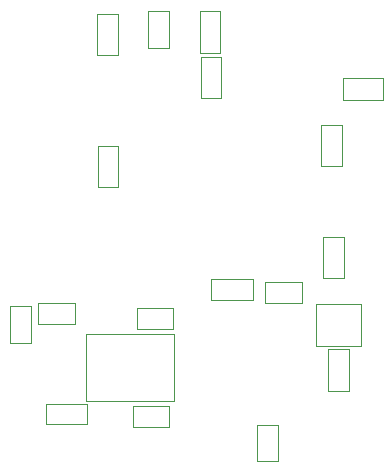
<source format=gbr>
G04 #@! TF.GenerationSoftware,KiCad,Pcbnew,5.1.7-a382d34a8~88~ubuntu18.04.1*
G04 #@! TF.CreationDate,2022-03-02T17:55:55+05:30*
G04 #@! TF.ProjectId,WaterTank_module_v1,57617465-7254-4616-9e6b-5f6d6f64756c,rev?*
G04 #@! TF.SameCoordinates,Original*
G04 #@! TF.FileFunction,Other,User*
%FSLAX46Y46*%
G04 Gerber Fmt 4.6, Leading zero omitted, Abs format (unit mm)*
G04 Created by KiCad (PCBNEW 5.1.7-a382d34a8~88~ubuntu18.04.1) date 2022-03-02 17:55:55*
%MOMM*%
%LPD*%
G01*
G04 APERTURE LIST*
%ADD10C,0.050000*%
G04 APERTURE END LIST*
D10*
X39158200Y-79162600D02*
X39158200Y-73562600D01*
X31738200Y-79162600D02*
X31738200Y-73562600D01*
X31738200Y-73562600D02*
X39158200Y-73562600D01*
X31738200Y-79162600D02*
X39158200Y-79162600D01*
X27062000Y-74260000D02*
X27062000Y-71160000D01*
X27062000Y-74260000D02*
X25262000Y-74260000D01*
X25262000Y-71160000D02*
X27062000Y-71160000D01*
X25262000Y-71160000D02*
X25262000Y-74260000D01*
X45834200Y-68881100D02*
X42334200Y-68881100D01*
X45834200Y-68881100D02*
X45834200Y-70631100D01*
X42334200Y-70631100D02*
X42334200Y-68881100D01*
X42334200Y-70631100D02*
X45834200Y-70631100D01*
X43107500Y-49697600D02*
X43107500Y-46197600D01*
X43107500Y-49697600D02*
X41357500Y-49697600D01*
X41357500Y-46197600D02*
X43107500Y-46197600D01*
X41357500Y-46197600D02*
X41357500Y-49697600D01*
X41426100Y-50055800D02*
X41426100Y-53555800D01*
X41426100Y-50055800D02*
X43176100Y-50055800D01*
X43176100Y-53555800D02*
X41426100Y-53555800D01*
X43176100Y-53555800D02*
X43176100Y-50055800D01*
X32660500Y-46400800D02*
X32660500Y-49900800D01*
X32660500Y-46400800D02*
X34410500Y-46400800D01*
X34410500Y-49900800D02*
X32660500Y-49900800D01*
X34410500Y-49900800D02*
X34410500Y-46400800D01*
X34476000Y-61114200D02*
X34476000Y-57614200D01*
X34476000Y-61114200D02*
X32726000Y-61114200D01*
X32726000Y-57614200D02*
X34476000Y-57614200D01*
X32726000Y-57614200D02*
X32726000Y-61114200D01*
X51826000Y-65314200D02*
X51826000Y-68814200D01*
X51826000Y-65314200D02*
X53576000Y-65314200D01*
X53576000Y-68814200D02*
X51826000Y-68814200D01*
X53576000Y-68814200D02*
X53576000Y-65314200D01*
X52226000Y-74814200D02*
X52226000Y-78314200D01*
X52226000Y-74814200D02*
X53976000Y-74814200D01*
X53976000Y-78314200D02*
X52226000Y-78314200D01*
X53976000Y-78314200D02*
X53976000Y-74814200D01*
X46892900Y-70932900D02*
X49992900Y-70932900D01*
X46892900Y-70932900D02*
X46892900Y-69132900D01*
X49992900Y-69132900D02*
X49992900Y-70932900D01*
X49992900Y-69132900D02*
X46892900Y-69132900D01*
X38763800Y-49319800D02*
X38763800Y-46219800D01*
X38763800Y-49319800D02*
X36963800Y-49319800D01*
X36963800Y-46219800D02*
X38763800Y-46219800D01*
X36963800Y-46219800D02*
X36963800Y-49319800D01*
X46196000Y-81214200D02*
X46196000Y-84314200D01*
X46196000Y-81214200D02*
X47996000Y-81214200D01*
X47996000Y-84314200D02*
X46196000Y-84314200D01*
X47996000Y-84314200D02*
X47996000Y-81214200D01*
X51196000Y-74564200D02*
X54996000Y-74564200D01*
X54996000Y-74564200D02*
X54996000Y-70964200D01*
X54996000Y-70964200D02*
X51196000Y-70964200D01*
X51196000Y-70964200D02*
X51196000Y-74564200D01*
X53366000Y-59314200D02*
X53366000Y-55814200D01*
X53366000Y-59314200D02*
X51616000Y-59314200D01*
X51616000Y-55814200D02*
X53366000Y-55814200D01*
X51616000Y-55814200D02*
X51616000Y-59314200D01*
X28350800Y-81179600D02*
X31850800Y-81179600D01*
X28350800Y-81179600D02*
X28350800Y-79429600D01*
X31850800Y-79429600D02*
X31850800Y-81179600D01*
X31850800Y-79429600D02*
X28350800Y-79429600D01*
X39114000Y-71307100D02*
X36014000Y-71307100D01*
X39114000Y-71307100D02*
X39114000Y-73107100D01*
X36014000Y-73107100D02*
X36014000Y-71307100D01*
X36014000Y-73107100D02*
X39114000Y-73107100D01*
X27687900Y-72677900D02*
X30787900Y-72677900D01*
X27687900Y-72677900D02*
X27687900Y-70877900D01*
X30787900Y-70877900D02*
X30787900Y-72677900D01*
X30787900Y-70877900D02*
X27687900Y-70877900D01*
X35673700Y-81390100D02*
X38773700Y-81390100D01*
X35673700Y-81390100D02*
X35673700Y-79590100D01*
X38773700Y-79590100D02*
X38773700Y-81390100D01*
X38773700Y-79590100D02*
X35673700Y-79590100D01*
X56876000Y-51814200D02*
X53516000Y-51814200D01*
X56876000Y-53714200D02*
X56876000Y-51814200D01*
X53516000Y-53714200D02*
X56876000Y-53714200D01*
X53516000Y-51814200D02*
X53516000Y-53714200D01*
M02*

</source>
